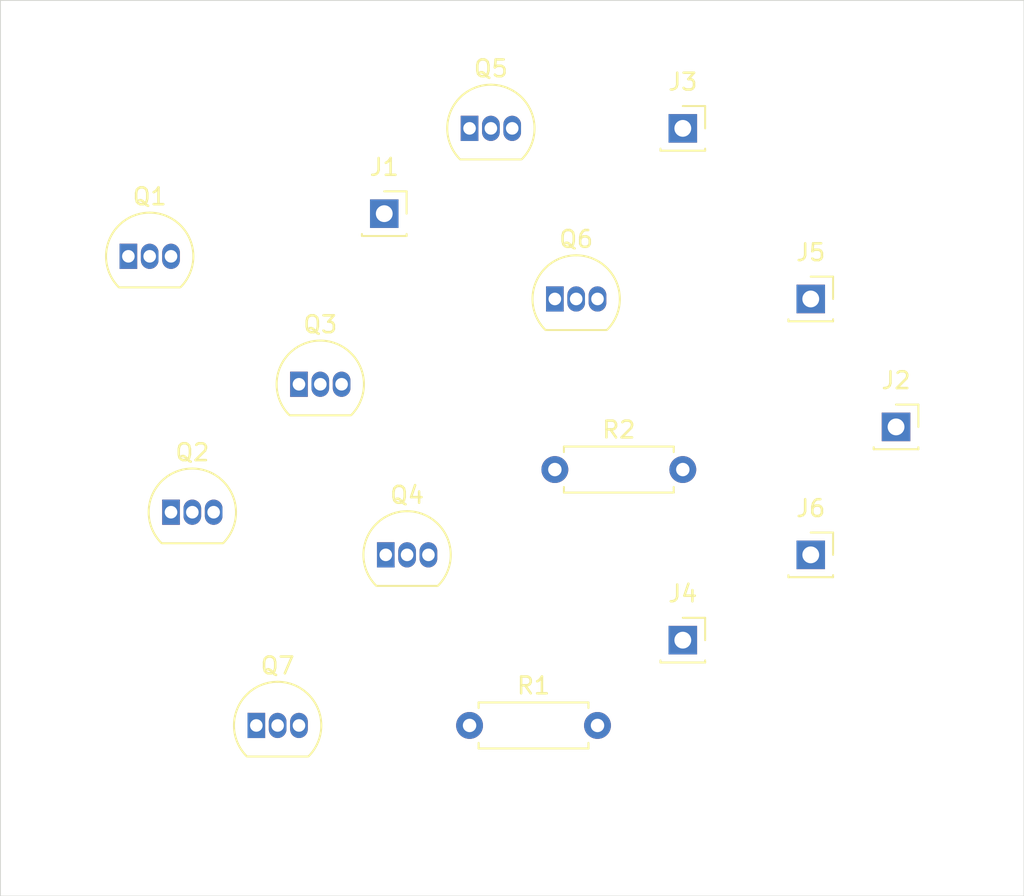
<source format=kicad_pcb>
(kicad_pcb (version 20241229) (generator "pcbnew") (generator_version "9.0")
  (layers (0 "F.Cu" signal) (2 "B.Cu" signal) (13 "F.Paste" user) (15 "B.Paste" user) (5 "F.SilkS" user "F.Silkscreen") (7 "B.SilkS" user "B.Silkscreen") (1 "F.Mask" user) (3 "B.Mask" user) (25 "Edge.Cuts" user))
  (net 0 "")
  (net 1 "Net-(J1-Pin_1)")
  (net 2 "Net-(J2-Pin_1)")
  (net 3 "Net-(J3-Pin_1)")
  (net 4 "Net-(J4-Pin_1)")
  (net 5 "Net-(J5-Pin_1)")
  (net 6 "Net-(J6-Pin_1)")
  (net 7 "Net-(Q1-S)")
  (net 8 "Net-(Q2-D)")
  (net 9 "Net-(Q2-S)")
  (net 11 "Net-(Q5-D)")
  (net 12 "Net-(Q6-D)")
  (footprint "Connector_PinSocket_2.54mm:PinSocket_1x01_P2.54mm_Vertical" (layer "F.Cu") (at 147.32 76.2)
    (property "Reference" "J5" (at 0 -2.77 0) (layer "F.SilkS"))
    (property "Value" "Conn_01x01_Socket")
    (fp_line (start -1.33 1.21) (end -1.33 1.33) (stroke (width 0.12)) (layer "F.SilkS"))
    (fp_line (start -1.33 1.33) (end 1.33 1.33) (stroke (width 0.12)) (layer "F.SilkS"))
    (fp_line (start 0 -1.33) (end 1.33 -1.33) (stroke (width 0.12)) (layer "F.SilkS"))
    (fp_line (start 1.33 -1.33) (end 1.33 0) (stroke (width 0.12)) (layer "F.SilkS"))
    (fp_line (start 1.33 1.21) (end 1.33 1.33) (stroke (width 0.12)) (layer "F.SilkS"))
    (pad "1" thru_hole rect (at 0 0) (size 1.7 1.7) (drill 1) (layers "*.Cu" "*.Mask") (net 5 "Net-(J5-Pin_1)"))
  )
  (footprint "Connector_PinSocket_2.54mm:PinSocket_1x01_P2.54mm_Vertical" (layer "F.Cu") (at 121.92 71.12)
    (property "Reference" "J1" (at 0 -2.77 0) (layer "F.SilkS"))
    (property "Value" "Conn_01x01_Socket")
    (fp_line (start -1.33 1.21) (end -1.33 1.33) (stroke (width 0.12)) (layer "F.SilkS"))
    (fp_line (start -1.33 1.33) (end 1.33 1.33) (stroke (width 0.12)) (layer "F.SilkS"))
    (fp_line (start 0 -1.33) (end 1.33 -1.33) (stroke (width 0.12)) (layer "F.SilkS"))
    (fp_line (start 1.33 -1.33) (end 1.33 0) (stroke (width 0.12)) (layer "F.SilkS"))
    (fp_line (start 1.33 1.21) (end 1.33 1.33) (stroke (width 0.12)) (layer "F.SilkS"))
    (pad "1" thru_hole rect (at 0 0) (size 1.7 1.7) (drill 1) (layers "*.Cu" "*.Mask") (net 1 "Net-(J1-Pin_1)"))
  )
  (footprint "Package_TO_SOT_THT:TO-92_Inline" (layer "F.Cu") (at 109.22 88.9)
    (property "Reference" "Q2" (at 1.27 -3.56 0) (layer "F.SilkS"))
    (property "Value" "2N7000")
    (fp_line (start -0.53 1.85) (end 3.07 1.85) (stroke (width 0.12)) (layer "F.SilkS"))
    (fp_arc (start -0.568478 1.838478) (mid -1.132087 -0.994977) (end 1.27 -2.6) (stroke (width 0.12)) (layer "F.SilkS"))
    (fp_arc (start 1.27 -2.6) (mid 3.672087 -0.994977) (end 3.108478 1.838478) (stroke (width 0.12)) (layer "F.SilkS"))
    (pad "1" thru_hole rect (at 0 0) (size 1.05 1.5) (drill 0.75) (layers "*.Cu" "*.Mask") (net 9 "Net-(Q2-S)"))
    (pad "2" thru_hole oval (at 1.27 0) (size 1.05 1.5) (drill 0.75) (layers "*.Cu" "*.Mask") (net 4 "Net-(J4-Pin_1)"))
    (pad "3" thru_hole oval (at 2.54 0) (size 1.05 1.5) (drill 0.75) (layers "*.Cu" "*.Mask") (net 8 "Net-(Q2-D)"))
  )
  (footprint "Connector_PinSocket_2.54mm:PinSocket_1x01_P2.54mm_Vertical" (layer "F.Cu") (at 152.4 83.82)
    (property "Reference" "J2" (at 0 -2.77 0) (layer "F.SilkS"))
    (property "Value" "Conn_01x01_Socket")
    (fp_line (start -1.33 1.21) (end -1.33 1.33) (stroke (width 0.12)) (layer "F.SilkS"))
    (fp_line (start -1.33 1.33) (end 1.33 1.33) (stroke (width 0.12)) (layer "F.SilkS"))
    (fp_line (start 0 -1.33) (end 1.33 -1.33) (stroke (width 0.12)) (layer "F.SilkS"))
    (fp_line (start 1.33 -1.33) (end 1.33 0) (stroke (width 0.12)) (layer "F.SilkS"))
    (fp_line (start 1.33 1.21) (end 1.33 1.33) (stroke (width 0.12)) (layer "F.SilkS"))
    (pad "1" thru_hole rect (at 0 0) (size 1.7 1.7) (drill 1) (layers "*.Cu" "*.Mask") (net 2 "Net-(J2-Pin_1)"))
  )
  (footprint "Package_TO_SOT_THT:TO-92_Inline" (layer "F.Cu") (at 106.68 73.66)
    (property "Reference" "Q1" (at 1.27 -3.56 0) (layer "F.SilkS"))
    (property "Value" "2N7000")
    (fp_line (start -0.53 1.85) (end 3.07 1.85) (stroke (width 0.12)) (layer "F.SilkS"))
    (fp_arc (start -0.568478 1.838478) (mid -1.132087 -0.994977) (end 1.27 -2.6) (stroke (width 0.12)) (layer "F.SilkS"))
    (fp_arc (start 1.27 -2.6) (mid 3.672087 -0.994977) (end 3.108478 1.838478) (stroke (width 0.12)) (layer "F.SilkS"))
    (pad "1" thru_hole rect (at 0 0) (size 1.05 1.5) (drill 0.75) (layers "*.Cu" "*.Mask") (net 7 "Net-(Q1-S)"))
    (pad "2" thru_hole oval (at 1.27 0) (size 1.05 1.5) (drill 0.75) (layers "*.Cu" "*.Mask") (net 3 "Net-(J3-Pin_1)"))
    (pad "3" thru_hole oval (at 2.54 0) (size 1.05 1.5) (drill 0.75) (layers "*.Cu" "*.Mask") (net 6 "Net-(J6-Pin_1)"))
  )
  (footprint "Package_TO_SOT_THT:TO-92_Inline" (layer "F.Cu") (at 132.08 76.2)
    (property "Reference" "Q6" (at 1.27 -3.56 0) (layer "F.SilkS"))
    (property "Value" "2N7000")
    (fp_line (start -0.53 1.85) (end 3.07 1.85) (stroke (width 0.12)) (layer "F.SilkS"))
    (fp_arc (start -0.568478 1.838478) (mid -1.132087 -0.994977) (end 1.27 -2.6) (stroke (width 0.12)) (layer "F.SilkS"))
    (fp_arc (start 1.27 -2.6) (mid 3.672087 -0.994977) (end 3.108478 1.838478) (stroke (width 0.12)) (layer "F.SilkS"))
    (pad "1" thru_hole rect (at 0 0) (size 1.05 1.5) (drill 0.75) (layers "*.Cu" "*.Mask") (net 2 "Net-(J2-Pin_1)"))
    (pad "2" thru_hole oval (at 1.27 0) (size 1.05 1.5) (drill 0.75) (layers "*.Cu" "*.Mask") (net 12 "Net-(Q6-D)"))
    (pad "3" thru_hole oval (at 2.54 0) (size 1.05 1.5) (drill 0.75) (layers "*.Cu" "*.Mask") (net 12 "Net-(Q6-D)"))
  )
  (footprint "Package_TO_SOT_THT:TO-92_Inline" (layer "F.Cu") (at 122.01 91.44)
    (property "Reference" "Q4" (at 1.27 -3.56 0) (layer "F.SilkS"))
    (property "Value" "PMOS")
    (fp_line (start -0.53 1.85) (end 3.07 1.85) (stroke (width 0.12)) (layer "F.SilkS"))
    (fp_arc (start -0.568478 1.838478) (mid -1.132087 -0.994977) (end 1.27 -2.6) (stroke (width 0.12)) (layer "F.SilkS"))
    (fp_arc (start 1.27 -2.6) (mid 3.672087 -0.994977) (end 3.108478 1.838478) (stroke (width 0.12)) (layer "F.SilkS"))
    (pad "1" thru_hole rect (at 0 0) (size 1.05 1.5) (drill 0.75) (layers "*.Cu" "*.Mask") (net 8 "Net-(Q2-D)"))
    (pad "2" thru_hole oval (at 1.27 0) (size 1.05 1.5) (drill 0.75) (layers "*.Cu" "*.Mask") (net 6 "Net-(J6-Pin_1)"))
    (pad "3" thru_hole oval (at 2.54 0) (size 1.05 1.5) (drill 0.75) (layers "*.Cu" "*.Mask") (net 1 "Net-(J1-Pin_1)"))
  )
  (footprint "Package_TO_SOT_THT:TO-92_Inline" (layer "F.Cu") (at 116.84 81.28)
    (property "Reference" "Q3" (at 1.27 -3.56 0) (layer "F.SilkS"))
    (property "Value" "PMOS")
    (fp_line (start -0.53 1.85) (end 3.07 1.85) (stroke (width 0.12)) (layer "F.SilkS"))
    (fp_arc (start -0.568478 1.838478) (mid -1.132087 -0.994977) (end 1.27 -2.6) (stroke (width 0.12)) (layer "F.SilkS"))
    (fp_arc (start 1.27 -2.6) (mid 3.672087 -0.994977) (end 3.108478 1.838478) (stroke (width 0.12)) (layer "F.SilkS"))
    (pad "1" thru_hole rect (at 0 0) (size 1.05 1.5) (drill 0.75) (layers "*.Cu" "*.Mask") (net 6 "Net-(J6-Pin_1)"))
    (pad "2" thru_hole oval (at 1.27 0) (size 1.05 1.5) (drill 0.75) (layers "*.Cu" "*.Mask") (net 6 "Net-(J6-Pin_1)"))
    (pad "3" thru_hole oval (at 2.54 0) (size 1.05 1.5) (drill 0.75) (layers "*.Cu" "*.Mask") (net 1 "Net-(J1-Pin_1)"))
  )
  (footprint "Resistor_THT:R_Axial_DIN0207_L6.3mm_D2.5mm_P7.62mm_Horizontal" (layer "F.Cu") (at 127 101.6)
    (property "Reference" "R1" (at 3.81 -2.37 0) (layer "F.SilkS"))
    (property "Value" "R")
    (fp_line (start 0.54 -1.37) (end 7.08 -1.37) (stroke (width 0.12)) (layer "F.SilkS"))
    (fp_line (start 0.54 -1.04) (end 0.54 -1.37) (stroke (width 0.12)) (layer "F.SilkS"))
    (fp_line (start 0.54 1.04) (end 0.54 1.37) (stroke (width 0.12)) (layer "F.SilkS"))
    (fp_line (start 0.54 1.37) (end 7.08 1.37) (stroke (width 0.12)) (layer "F.SilkS"))
    (fp_line (start 7.08 -1.37) (end 7.08 -1.04) (stroke (width 0.12)) (layer "F.SilkS"))
    (fp_line (start 7.08 1.37) (end 7.08 1.04) (stroke (width 0.12)) (layer "F.SilkS"))
    (pad "1" thru_hole circle (at 0 0) (size 1.6 1.6) (drill 0.8) (layers "*.Cu" "*.Mask") (net 7 "Net-(Q1-S)"))
    (pad "2" thru_hole circle (at 7.62 0) (size 1.6 1.6) (drill 0.8) (layers "*.Cu" "*.Mask") (net 11 "Net-(Q5-D)"))
  )
  (footprint "Resistor_THT:R_Axial_DIN0207_L6.3mm_D2.5mm_P7.62mm_Horizontal" (layer "F.Cu") (at 132.08 86.36)
    (property "Reference" "R2" (at 3.81 -2.37 0) (layer "F.SilkS"))
    (property "Value" "R")
    (fp_line (start 0.54 -1.37) (end 7.08 -1.37) (stroke (width 0.12)) (layer "F.SilkS"))
    (fp_line (start 0.54 -1.04) (end 0.54 -1.37) (stroke (width 0.12)) (layer "F.SilkS"))
    (fp_line (start 0.54 1.04) (end 0.54 1.37) (stroke (width 0.12)) (layer "F.SilkS"))
    (fp_line (start 0.54 1.37) (end 7.08 1.37) (stroke (width 0.12)) (layer "F.SilkS"))
    (fp_line (start 7.08 -1.37) (end 7.08 -1.04) (stroke (width 0.12)) (layer "F.SilkS"))
    (fp_line (start 7.08 1.37) (end 7.08 1.04) (stroke (width 0.12)) (layer "F.SilkS"))
    (pad "1" thru_hole circle (at 0 0) (size 1.6 1.6) (drill 0.8) (layers "*.Cu" "*.Mask") (net 9 "Net-(Q2-S)"))
    (pad "2" thru_hole circle (at 7.62 0) (size 1.6 1.6) (drill 0.8) (layers "*.Cu" "*.Mask") (net 11 "Net-(Q5-D)"))
  )
  (footprint "Package_TO_SOT_THT:TO-92_Inline" (layer "F.Cu") (at 114.3 101.6)
    (property "Reference" "Q7" (at 1.27 -3.56 0) (layer "F.SilkS"))
    (property "Value" "2N7000")
    (fp_line (start -0.53 1.85) (end 3.07 1.85) (stroke (width 0.12)) (layer "F.SilkS"))
    (fp_arc (start -0.568478 1.838478) (mid -1.132087 -0.994977) (end 1.27 -2.6) (stroke (width 0.12)) (layer "F.SilkS"))
    (fp_arc (start 1.27 -2.6) (mid 3.672087 -0.994977) (end 3.108478 1.838478) (stroke (width 0.12)) (layer "F.SilkS"))
    (pad "1" thru_hole rect (at 0 0) (size 1.05 1.5) (drill 0.75) (layers "*.Cu" "*.Mask") (net 12 "Net-(Q6-D)"))
    (pad "2" thru_hole oval (at 1.27 0) (size 1.05 1.5) (drill 0.75) (layers "*.Cu" "*.Mask") (net 5 "Net-(J5-Pin_1)"))
    (pad "3" thru_hole oval (at 2.54 0) (size 1.05 1.5) (drill 0.75) (layers "*.Cu" "*.Mask") (net 1 "Net-(J1-Pin_1)"))
  )
  (footprint "Connector_PinSocket_2.54mm:PinSocket_1x01_P2.54mm_Vertical" (layer "F.Cu") (at 147.32 91.44)
    (property "Reference" "J6" (at 0 -2.77 0) (layer "F.SilkS"))
    (property "Value" "Conn_01x01_Socket")
    (fp_line (start -1.33 1.21) (end -1.33 1.33) (stroke (width 0.12)) (layer "F.SilkS"))
    (fp_line (start -1.33 1.33) (end 1.33 1.33) (stroke (width 0.12)) (layer "F.SilkS"))
    (fp_line (start 0 -1.33) (end 1.33 -1.33) (stroke (width 0.12)) (layer "F.SilkS"))
    (fp_line (start 1.33 -1.33) (end 1.33 0) (stroke (width 0.12)) (layer "F.SilkS"))
    (fp_line (start 1.33 1.21) (end 1.33 1.33) (stroke (width 0.12)) (layer "F.SilkS"))
    (pad "1" thru_hole rect (at 0 0) (size 1.7 1.7) (drill 1) (layers "*.Cu" "*.Mask") (net 6 "Net-(J6-Pin_1)"))
  )
  (footprint "Package_TO_SOT_THT:TO-92_Inline" (layer "F.Cu") (at 127 66.04)
    (property "Reference" "Q5" (at 1.27 -3.56 0) (layer "F.SilkS"))
    (property "Value" "2N7000")
    (fp_line (start -0.53 1.85) (end 3.07 1.85) (stroke (width 0.12)) (layer "F.SilkS"))
    (fp_arc (start -0.568478 1.838478) (mid -1.132087 -0.994977) (end 1.27 -2.6) (stroke (width 0.12)) (layer "F.SilkS"))
    (fp_arc (start 1.27 -2.6) (mid 3.672087 -0.994977) (end 3.108478 1.838478) (stroke (width 0.12)) (layer "F.SilkS"))
    (pad "1" thru_hole rect (at 0 0) (size 1.05 1.5) (drill 0.75) (layers "*.Cu" "*.Mask") (net 2 "Net-(J2-Pin_1)"))
    (pad "2" thru_hole oval (at 1.27 0) (size 1.05 1.5) (drill 0.75) (layers "*.Cu" "*.Mask"))
    (pad "3" thru_hole oval (at 2.54 0) (size 1.05 1.5) (drill 0.75) (layers "*.Cu" "*.Mask") (net 11 "Net-(Q5-D)"))
  )
  (footprint "Connector_PinSocket_2.54mm:PinSocket_1x01_P2.54mm_Vertical" (layer "F.Cu") (at 139.7 96.52)
    (property "Reference" "J4" (at 0 -2.77 0) (layer "F.SilkS"))
    (property "Value" "Conn_01x01_Socket")
    (fp_line (start -1.33 1.21) (end -1.33 1.33) (stroke (width 0.12)) (layer "F.SilkS"))
    (fp_line (start -1.33 1.33) (end 1.33 1.33) (stroke (width 0.12)) (layer "F.SilkS"))
    (fp_line (start 0 -1.33) (end 1.33 -1.33) (stroke (width 0.12)) (layer "F.SilkS"))
    (fp_line (start 1.33 -1.33) (end 1.33 0) (stroke (width 0.12)) (layer "F.SilkS"))
    (fp_line (start 1.33 1.21) (end 1.33 1.33) (stroke (width 0.12)) (layer "F.SilkS"))
    (pad "1" thru_hole rect (at 0 0) (size 1.7 1.7) (drill 1) (layers "*.Cu" "*.Mask") (net 4 "Net-(J4-Pin_1)"))
  )
  (footprint "Connector_PinSocket_2.54mm:PinSocket_1x01_P2.54mm_Vertical" (layer "F.Cu") (at 139.7 66.04)
    (property "Reference" "J3" (at 0 -2.77 0) (layer "F.SilkS"))
    (property "Value" "Conn_01x01_Socket")
    (fp_line (start -1.33 1.21) (end -1.33 1.33) (stroke (width 0.12)) (layer "F.SilkS"))
    (fp_line (start -1.33 1.33) (end 1.33 1.33) (stroke (width 0.12)) (layer "F.SilkS"))
    (fp_line (start 0 -1.33) (end 1.33 -1.33) (stroke (width 0.12)) (layer "F.SilkS"))
    (fp_line (start 1.33 -1.33) (end 1.33 0) (stroke (width 0.12)) (layer "F.SilkS"))
    (fp_line (start 1.33 1.21) (end 1.33 1.33) (stroke (width 0.12)) (layer "F.SilkS"))
    (pad "1" thru_hole rect (at 0 0) (size 1.7 1.7) (drill 1) (layers "*.Cu" "*.Mask") (net 3 "Net-(J3-Pin_1)"))
  )
  (gr_rect (start 99.06 58.42) (end 160.02 111.76) (stroke (width 0.05)) (fill no) (layer "Edge.Cuts"))
)
</source>
